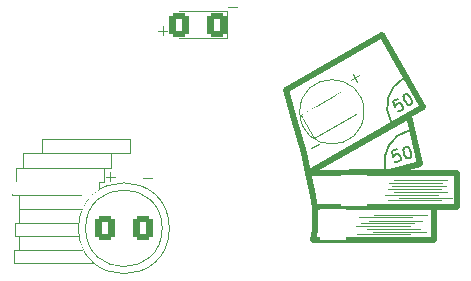
<source format=gbr>
%TF.GenerationSoftware,KiCad,Pcbnew,8.0.8*%
%TF.CreationDate,2025-04-07T01:54:08-03:00*%
%TF.ProjectId,Sao_CashBag,53616f5f-4361-4736-9842-61672e6b6963,rev?*%
%TF.SameCoordinates,Original*%
%TF.FileFunction,Legend,Top*%
%TF.FilePolarity,Positive*%
%FSLAX46Y46*%
G04 Gerber Fmt 4.6, Leading zero omitted, Abs format (unit mm)*
G04 Created by KiCad (PCBNEW 8.0.8) date 2025-04-07 01:54:08*
%MOMM*%
%LPD*%
G01*
G04 APERTURE LIST*
G04 Aperture macros list*
%AMRoundRect*
0 Rectangle with rounded corners*
0 $1 Rounding radius*
0 $2 $3 $4 $5 $6 $7 $8 $9 X,Y pos of 4 corners*
0 Add a 4 corners polygon primitive as box body*
4,1,4,$2,$3,$4,$5,$6,$7,$8,$9,$2,$3,0*
0 Add four circle primitives for the rounded corners*
1,1,$1+$1,$2,$3*
1,1,$1+$1,$4,$5*
1,1,$1+$1,$6,$7*
1,1,$1+$1,$8,$9*
0 Add four rect primitives between the rounded corners*
20,1,$1+$1,$2,$3,$4,$5,0*
20,1,$1+$1,$4,$5,$6,$7,0*
20,1,$1+$1,$6,$7,$8,$9,0*
20,1,$1+$1,$8,$9,$2,$3,0*%
G04 Aperture macros list end*
%ADD10C,0.500000*%
%ADD11C,0.100000*%
%ADD12C,0.200000*%
%ADD13C,0.150000*%
%ADD14C,0.120000*%
%ADD15C,0.000000*%
%ADD16C,0.050000*%
%ADD17C,3.189925*%
%ADD18RoundRect,0.285088X-0.074296X-0.926139X0.839208X-0.398727X0.074296X0.926139X-0.839208X0.398727X0*%
%ADD19RoundRect,0.285088X0.527412X0.764912X-0.527412X0.764912X-0.527412X-0.764912X0.527412X-0.764912X0*%
G04 APERTURE END LIST*
D10*
X140740244Y-131114548D02*
X138200110Y-131811036D01*
X131221572Y-131879320D01*
X139756967Y-127058529D01*
X140740244Y-131114548D01*
D11*
X136758917Y-136851170D02*
X141258917Y-136851170D01*
D12*
X138303533Y-127595748D02*
G75*
G02*
X139342081Y-123858721I2325867J1366448D01*
G01*
D11*
X138516722Y-133495416D02*
X143016722Y-133495416D01*
X136253622Y-136605350D02*
X140753622Y-136605350D01*
X106166171Y-132632045D02*
X106166171Y-133706366D01*
X106390746Y-139496778D02*
X113152296Y-139496778D01*
X135352284Y-137069676D02*
X139852284Y-137069676D01*
X138500000Y-132500000D02*
X143000000Y-132500000D01*
X106532375Y-131423260D02*
X113986806Y-131423260D01*
X113986806Y-132632663D01*
X106532375Y-132632663D01*
X106532375Y-131423260D01*
X106754923Y-136116003D02*
X106463582Y-136116003D01*
X106752763Y-133710544D02*
X106754923Y-136116003D01*
X106736714Y-138386039D02*
X112261275Y-138385496D01*
X106754884Y-134946003D02*
X112164161Y-134946048D01*
X136813544Y-135403567D02*
X141313544Y-135403567D01*
X106166171Y-133706366D02*
X113089434Y-133705005D01*
X106736714Y-138386039D02*
X106390746Y-138386039D01*
X118898833Y-136562988D02*
G75*
G02*
X112411643Y-136562988I-3243595J0D01*
G01*
X112411643Y-136562988D02*
G75*
G02*
X118898833Y-136562988I3243595J0D01*
G01*
X106463582Y-137226742D02*
X106736714Y-137226742D01*
X106463582Y-136116003D02*
X106463582Y-137226742D01*
X138947665Y-133974916D02*
X143447665Y-133974916D01*
X138389260Y-133009847D02*
X142889260Y-133009847D01*
X135984565Y-126704013D02*
G75*
G02*
X130540519Y-126704013I-2722023J0D01*
G01*
X130540519Y-126704013D02*
G75*
G02*
X135984565Y-126704013I2722023J0D01*
G01*
X106532375Y-132632663D02*
X106166171Y-132632045D01*
X135543477Y-135649386D02*
X140043477Y-135649386D01*
X137982596Y-133270840D02*
X142482596Y-133270840D01*
X106736714Y-137226742D02*
X106736714Y-138386039D01*
X137976526Y-134199491D02*
X142476526Y-134199491D01*
X113564219Y-132636897D02*
X113565030Y-133317911D01*
X106390746Y-138386039D02*
X106390746Y-139496778D01*
X107103864Y-130210887D02*
X114558295Y-130210887D01*
X114558295Y-131420290D01*
X107103864Y-131420290D01*
X107103864Y-130210887D01*
X106736714Y-137226742D02*
X111859469Y-137226742D01*
X137751951Y-133732131D02*
X142251951Y-133732131D01*
X119501877Y-136562988D02*
G75*
G02*
X111808599Y-136562988I-3846639J0D01*
G01*
X111808599Y-136562988D02*
G75*
G02*
X119501877Y-136562988I3846639J0D01*
G01*
X135734670Y-136141025D02*
X140234670Y-136141025D01*
D10*
X141020903Y-126328578D02*
X131221572Y-131879320D01*
X130866500Y-130213211D01*
X130094017Y-127275362D01*
X129383872Y-124871795D01*
X137517279Y-120161930D01*
X141020903Y-126328578D01*
D12*
X137777757Y-131590411D02*
G75*
G02*
X139813063Y-128270249I2663243J651311D01*
G01*
D11*
X136390188Y-135908862D02*
X140890188Y-135908862D01*
X135338628Y-136359531D02*
X139838628Y-136359531D01*
D10*
X143893812Y-131890746D02*
X143893812Y-134772295D01*
X131802862Y-134774619D01*
X131557043Y-133408956D01*
X131221572Y-131879320D01*
X143893812Y-131890746D01*
D11*
X138126440Y-132736714D02*
X142626440Y-132736714D01*
X106754923Y-136116003D02*
X111829121Y-136116003D01*
D10*
X141884637Y-137570877D02*
X131682808Y-137571819D01*
X131793758Y-136750278D01*
X131802862Y-134774619D01*
X141895438Y-134769125D01*
X141884637Y-137570877D01*
D11*
X108753854Y-129000000D02*
X116208285Y-129000000D01*
X116208285Y-130209403D01*
X108753854Y-130209403D01*
X108753854Y-129000000D01*
D13*
X138821666Y-125581907D02*
X138409273Y-125820002D01*
X138409273Y-125820002D02*
X138606129Y-126256205D01*
X138606129Y-126256205D02*
X138623559Y-126191156D01*
X138623559Y-126191156D02*
X138682228Y-126102298D01*
X138682228Y-126102298D02*
X138888425Y-125983250D01*
X138888425Y-125983250D02*
X138994713Y-125976870D01*
X138994713Y-125976870D02*
X139059762Y-125994300D01*
X139059762Y-125994300D02*
X139148620Y-126052969D01*
X139148620Y-126052969D02*
X139267668Y-126259166D01*
X139267668Y-126259166D02*
X139274047Y-126365454D01*
X139274047Y-126365454D02*
X139256618Y-126430503D01*
X139256618Y-126430503D02*
X139197949Y-126519361D01*
X139197949Y-126519361D02*
X138991752Y-126638409D01*
X138991752Y-126638409D02*
X138885464Y-126644789D01*
X138885464Y-126644789D02*
X138820415Y-126627359D01*
X139399017Y-125248574D02*
X139481495Y-125200955D01*
X139481495Y-125200955D02*
X139587784Y-125194575D01*
X139587784Y-125194575D02*
X139652832Y-125212005D01*
X139652832Y-125212005D02*
X139741691Y-125270674D01*
X139741691Y-125270674D02*
X139878168Y-125411822D01*
X139878168Y-125411822D02*
X139997216Y-125618018D01*
X139997216Y-125618018D02*
X140051214Y-125806785D01*
X140051214Y-125806785D02*
X140057594Y-125913073D01*
X140057594Y-125913073D02*
X140040164Y-125978122D01*
X140040164Y-125978122D02*
X139981495Y-126066980D01*
X139981495Y-126066980D02*
X139899017Y-126114599D01*
X139899017Y-126114599D02*
X139792729Y-126120979D01*
X139792729Y-126120979D02*
X139727680Y-126103549D01*
X139727680Y-126103549D02*
X139638821Y-126044880D01*
X139638821Y-126044880D02*
X139502344Y-125903732D01*
X139502344Y-125903732D02*
X139383296Y-125697536D01*
X139383296Y-125697536D02*
X139329298Y-125508769D01*
X139329298Y-125508769D02*
X139322918Y-125402481D01*
X139322918Y-125402481D02*
X139340348Y-125337432D01*
X139340348Y-125337432D02*
X139399017Y-125248574D01*
X138815733Y-129887469D02*
X138360350Y-130026693D01*
X138360350Y-130026693D02*
X138454036Y-130495999D01*
X138454036Y-130495999D02*
X138485652Y-130436538D01*
X138485652Y-130436538D02*
X138562806Y-130363155D01*
X138562806Y-130363155D02*
X138790498Y-130293543D01*
X138790498Y-130293543D02*
X138895497Y-130311236D01*
X138895497Y-130311236D02*
X138954958Y-130342852D01*
X138954958Y-130342852D02*
X139028341Y-130420006D01*
X139028341Y-130420006D02*
X139097954Y-130647698D01*
X139097954Y-130647698D02*
X139080260Y-130752697D01*
X139080260Y-130752697D02*
X139048644Y-130812158D01*
X139048644Y-130812158D02*
X138971490Y-130885541D01*
X138971490Y-130885541D02*
X138743799Y-130955153D01*
X138743799Y-130955153D02*
X138638799Y-130937460D01*
X138638799Y-130937460D02*
X138579339Y-130905844D01*
X139453270Y-129692554D02*
X139544347Y-129664709D01*
X139544347Y-129664709D02*
X139649346Y-129682403D01*
X139649346Y-129682403D02*
X139708806Y-129714019D01*
X139708806Y-129714019D02*
X139782190Y-129791173D01*
X139782190Y-129791173D02*
X139883418Y-129959404D01*
X139883418Y-129959404D02*
X139953030Y-130187095D01*
X139953030Y-130187095D02*
X139963182Y-130383171D01*
X139963182Y-130383171D02*
X139945488Y-130488170D01*
X139945488Y-130488170D02*
X139913872Y-130547631D01*
X139913872Y-130547631D02*
X139836718Y-130621014D01*
X139836718Y-130621014D02*
X139745642Y-130648859D01*
X139745642Y-130648859D02*
X139640643Y-130631166D01*
X139640643Y-130631166D02*
X139581182Y-130599550D01*
X139581182Y-130599550D02*
X139507798Y-130522396D01*
X139507798Y-130522396D02*
X139406570Y-130354165D01*
X139406570Y-130354165D02*
X139336958Y-130126473D01*
X139336958Y-130126473D02*
X139326806Y-129930397D01*
X139326806Y-129930397D02*
X139344500Y-129825398D01*
X139344500Y-129825398D02*
X139376116Y-129765938D01*
X139376116Y-129765938D02*
X139453270Y-129692554D01*
D11*
X131508904Y-129807655D02*
X132168733Y-129426702D01*
X134908904Y-124007655D02*
X135568733Y-123626702D01*
X135429295Y-124147093D02*
X135048343Y-123487264D01*
X117996115Y-132308533D02*
X117234211Y-132308533D01*
X114896115Y-132208533D02*
X114134211Y-132208533D01*
X114515163Y-131827580D02*
X114515163Y-132589485D01*
X119346115Y-119858533D02*
X118584211Y-119858533D01*
X118965163Y-119477580D02*
X118965163Y-120239485D01*
X125196115Y-117858533D02*
X124434211Y-117858533D01*
D14*
%TO.C,D2*%
X130626246Y-126937905D02*
X131761246Y-128903783D01*
X131761246Y-128903783D02*
X135277309Y-126873783D01*
X134142309Y-124907905D02*
X130626246Y-126937905D01*
%TO.C,D3*%
X114070986Y-137687257D02*
X118130986Y-137687257D01*
X118130986Y-135417257D02*
X114070986Y-135417257D01*
X118130986Y-137687257D02*
X118130986Y-135417257D01*
%TO.C,D1*%
X120310116Y-120438931D02*
X124370116Y-120438931D01*
X124370116Y-118168931D02*
X120310116Y-118168931D01*
X124370116Y-120438931D02*
X124370116Y-118168931D01*
%TD*%
%LPC*%
D11*
X106818534Y-137325393D02*
X111759085Y-137325393D01*
X111759085Y-138285392D01*
X106818534Y-138285392D01*
X106818534Y-137325393D01*
G36*
X106818534Y-137325393D02*
G01*
X111759085Y-137325393D01*
X111759085Y-138285392D01*
X106818534Y-138285392D01*
X106818534Y-137325393D01*
G37*
D10*
X119199268Y-136566337D02*
G75*
G02*
X112109268Y-136566337I-3545000J0D01*
G01*
X112109268Y-136566337D02*
G75*
G02*
X119199268Y-136566337I3545000J0D01*
G01*
D11*
X123370256Y-120699668D02*
X123621444Y-120936901D01*
X123607489Y-121250886D01*
X123816813Y-121006676D01*
X124123720Y-120895389D01*
X124333044Y-120904692D01*
X124477244Y-121081454D01*
X124556322Y-121234958D01*
X124565625Y-121355900D01*
X124537715Y-121444281D01*
X124444783Y-121585804D01*
X123719128Y-121823037D01*
X123726106Y-122018405D01*
X124551670Y-123156081D01*
X125142527Y-124209323D01*
X125468041Y-124937655D01*
X125693745Y-125674586D01*
X125630848Y-125858678D01*
X125470467Y-125953684D01*
X125226157Y-126007530D01*
X124996001Y-125890887D01*
X124551670Y-124737635D01*
X123977294Y-123623217D01*
X123342346Y-122716150D01*
X122986497Y-122499849D01*
X122904993Y-123086306D01*
X122958587Y-123609263D01*
X123084181Y-124432601D01*
X123230607Y-125426076D01*
X123212001Y-125807510D01*
X123142226Y-126016833D01*
X122965564Y-126086256D01*
X122770096Y-126081956D01*
X122588682Y-126002878D01*
X122484121Y-125883910D01*
X122277023Y-125453986D01*
X122142226Y-124990797D01*
X122100361Y-124397714D01*
X122009654Y-122848721D01*
X122058496Y-121830014D01*
X121242135Y-121843969D01*
X119741985Y-121816059D01*
X119495348Y-121769895D01*
X119197644Y-121723379D01*
X119048792Y-121597785D01*
X118979017Y-121421023D01*
X118965063Y-121221003D01*
X119044140Y-121072150D01*
X119179038Y-120993073D01*
X119267418Y-120900040D01*
X119776872Y-120950856D01*
X120976992Y-121013653D01*
X121702647Y-121139247D01*
X121856151Y-120943879D01*
X122163158Y-120727578D01*
X122525985Y-120971788D01*
X122728331Y-121299728D01*
X122714376Y-120888059D01*
X122937655Y-120664781D01*
X123370256Y-120699668D01*
G36*
X123370256Y-120699668D02*
G01*
X123621444Y-120936901D01*
X123607489Y-121250886D01*
X123816813Y-121006676D01*
X124123720Y-120895389D01*
X124333044Y-120904692D01*
X124477244Y-121081454D01*
X124556322Y-121234958D01*
X124565625Y-121355900D01*
X124537715Y-121444281D01*
X124444783Y-121585804D01*
X123719128Y-121823037D01*
X123726106Y-122018405D01*
X124551670Y-123156081D01*
X125142527Y-124209323D01*
X125468041Y-124937655D01*
X125693745Y-125674586D01*
X125630848Y-125858678D01*
X125470467Y-125953684D01*
X125226157Y-126007530D01*
X124996001Y-125890887D01*
X124551670Y-124737635D01*
X123977294Y-123623217D01*
X123342346Y-122716150D01*
X122986497Y-122499849D01*
X122904993Y-123086306D01*
X122958587Y-123609263D01*
X123084181Y-124432601D01*
X123230607Y-125426076D01*
X123212001Y-125807510D01*
X123142226Y-126016833D01*
X122965564Y-126086256D01*
X122770096Y-126081956D01*
X122588682Y-126002878D01*
X122484121Y-125883910D01*
X122277023Y-125453986D01*
X122142226Y-124990797D01*
X122100361Y-124397714D01*
X122009654Y-122848721D01*
X122058496Y-121830014D01*
X121242135Y-121843969D01*
X119741985Y-121816059D01*
X119495348Y-121769895D01*
X119197644Y-121723379D01*
X119048792Y-121597785D01*
X118979017Y-121421023D01*
X118965063Y-121221003D01*
X119044140Y-121072150D01*
X119179038Y-120993073D01*
X119267418Y-120900040D01*
X119776872Y-120950856D01*
X120976992Y-121013653D01*
X121702647Y-121139247D01*
X121856151Y-120943879D01*
X122163158Y-120727578D01*
X122525985Y-120971788D01*
X122728331Y-121299728D01*
X122714376Y-120888059D01*
X122937655Y-120664781D01*
X123370256Y-120699668D01*
G37*
D15*
G36*
X111763067Y-136363835D02*
G01*
X111757687Y-136593049D01*
X111767372Y-136829796D01*
X111779209Y-136983681D01*
X111807188Y-137175231D01*
X111688815Y-137175231D01*
X111682358Y-136174437D01*
X111681282Y-136165828D01*
X111779209Y-136165828D01*
X111763067Y-136363835D01*
G37*
D16*
X122717908Y-127995973D02*
X123337206Y-128190566D01*
X123662706Y-128430125D01*
X123935602Y-128738167D01*
X124086521Y-129060680D01*
X124134071Y-129420406D01*
X123321587Y-129418338D01*
X123274037Y-129188858D01*
X123185139Y-128996591D01*
X122986669Y-128814660D01*
X122697234Y-128676145D01*
X122701369Y-130569875D01*
X123432967Y-130801904D01*
X123764626Y-131025843D01*
X124010645Y-131240851D01*
X124242350Y-131513603D01*
X124341428Y-131890012D01*
X124360034Y-132253873D01*
X124339360Y-132563982D01*
X124198778Y-132919573D01*
X123996173Y-133186266D01*
X123758423Y-133395073D01*
X123528943Y-133545992D01*
X123279463Y-133676611D01*
X122706121Y-133858169D01*
X122701987Y-134449442D01*
X122224419Y-134449442D01*
X122222352Y-133858169D01*
X121525548Y-133862827D01*
X121516245Y-133253464D01*
X122223292Y-133267419D01*
X122227522Y-131317345D01*
X122699919Y-131317345D01*
X122701987Y-133186266D01*
X122931467Y-133159390D01*
X123136139Y-133068425D01*
X123318069Y-132909236D01*
X123466921Y-132646677D01*
X123516539Y-132396523D01*
X123514471Y-132111223D01*
X123466921Y-131890012D01*
X123340810Y-131685340D01*
X123158880Y-131550960D01*
X122945939Y-131404175D01*
X122699919Y-131317345D01*
X122227522Y-131317345D01*
X122227944Y-131123017D01*
X121511593Y-131104411D01*
X121511593Y-133262767D01*
X121497989Y-133869539D01*
X121498765Y-134445308D01*
X120986052Y-134445308D01*
X120986052Y-133841629D01*
X120558102Y-133703114D01*
X120250061Y-133550127D01*
X119973030Y-133380601D01*
X119753887Y-133188334D01*
X119532676Y-132909236D01*
X119348678Y-132532971D01*
X119243241Y-132119493D01*
X120020580Y-132121560D01*
X120123950Y-132404793D01*
X120285206Y-132716969D01*
X120511341Y-132956161D01*
X120746234Y-133076695D01*
X120999490Y-133139161D01*
X120999490Y-130969176D01*
X120999493Y-130968249D01*
X120480991Y-130805558D01*
X120237039Y-130702188D01*
X120009626Y-130563673D01*
X119877313Y-130447899D01*
X119724326Y-130222553D01*
X119627159Y-130003410D01*
X119576364Y-129767468D01*
X119556867Y-129552719D01*
X119558464Y-129378749D01*
X120295852Y-129378749D01*
X120310324Y-129595825D01*
X120345469Y-129746745D01*
X120525024Y-129943147D01*
X120682145Y-130065123D01*
X120810324Y-130125077D01*
X120998456Y-130149886D01*
X121000110Y-130804845D01*
X121002591Y-130147819D01*
X121000524Y-128578669D01*
X120779313Y-128613815D01*
X120593248Y-128718526D01*
X120440261Y-128923923D01*
X120332756Y-129140274D01*
X120295852Y-129378749D01*
X119558464Y-129378749D01*
X119558935Y-129327373D01*
X119585811Y-129079286D01*
X119667070Y-128867378D01*
X119782213Y-128672010D01*
X119928998Y-128500417D01*
X120148141Y-128304015D01*
X120390026Y-128144825D01*
X120667056Y-128026984D01*
X120970963Y-127938086D01*
X120968895Y-127348880D01*
X121491945Y-127348880D01*
X121494013Y-127867795D01*
X122186381Y-127867228D01*
X122203745Y-128454008D01*
X121454732Y-128454934D01*
X121454223Y-130300605D01*
X122201678Y-130438704D01*
X122205813Y-128464345D01*
X122205195Y-127869862D01*
X122203128Y-127346812D01*
X122715841Y-127344745D01*
X122717908Y-127995973D01*
G36*
X122717908Y-127995973D02*
G01*
X123337206Y-128190566D01*
X123662706Y-128430125D01*
X123935602Y-128738167D01*
X124086521Y-129060680D01*
X124134071Y-129420406D01*
X123321587Y-129418338D01*
X123274037Y-129188858D01*
X123185139Y-128996591D01*
X122986669Y-128814660D01*
X122697234Y-128676145D01*
X122701369Y-130569875D01*
X123432967Y-130801904D01*
X123764626Y-131025843D01*
X124010645Y-131240851D01*
X124242350Y-131513603D01*
X124341428Y-131890012D01*
X124360034Y-132253873D01*
X124339360Y-132563982D01*
X124198778Y-132919573D01*
X123996173Y-133186266D01*
X123758423Y-133395073D01*
X123528943Y-133545992D01*
X123279463Y-133676611D01*
X122706121Y-133858169D01*
X122701987Y-134449442D01*
X122224419Y-134449442D01*
X122222352Y-133858169D01*
X121525548Y-133862827D01*
X121516245Y-133253464D01*
X122223292Y-133267419D01*
X122227522Y-131317345D01*
X122699919Y-131317345D01*
X122701987Y-133186266D01*
X122931467Y-133159390D01*
X123136139Y-133068425D01*
X123318069Y-132909236D01*
X123466921Y-132646677D01*
X123516539Y-132396523D01*
X123514471Y-132111223D01*
X123466921Y-131890012D01*
X123340810Y-131685340D01*
X123158880Y-131550960D01*
X122945939Y-131404175D01*
X122699919Y-131317345D01*
X122227522Y-131317345D01*
X122227944Y-131123017D01*
X121511593Y-131104411D01*
X121511593Y-133262767D01*
X121497989Y-133869539D01*
X121498765Y-134445308D01*
X120986052Y-134445308D01*
X120986052Y-133841629D01*
X120558102Y-133703114D01*
X120250061Y-133550127D01*
X119973030Y-133380601D01*
X119753887Y-133188334D01*
X119532676Y-132909236D01*
X119348678Y-132532971D01*
X119243241Y-132119493D01*
X120020580Y-132121560D01*
X120123950Y-132404793D01*
X120285206Y-132716969D01*
X120511341Y-132956161D01*
X120746234Y-133076695D01*
X120999490Y-133139161D01*
X120999490Y-130969176D01*
X120999493Y-130968249D01*
X120480991Y-130805558D01*
X120237039Y-130702188D01*
X120009626Y-130563673D01*
X119877313Y-130447899D01*
X119724326Y-130222553D01*
X119627159Y-130003410D01*
X119576364Y-129767468D01*
X119556867Y-129552719D01*
X119558464Y-129378749D01*
X120295852Y-129378749D01*
X120310324Y-129595825D01*
X120345469Y-129746745D01*
X120525024Y-129943147D01*
X120682145Y-130065123D01*
X120810324Y-130125077D01*
X120998456Y-130149886D01*
X121000110Y-130804845D01*
X121002591Y-130147819D01*
X121000524Y-128578669D01*
X120779313Y-128613815D01*
X120593248Y-128718526D01*
X120440261Y-128923923D01*
X120332756Y-129140274D01*
X120295852Y-129378749D01*
X119558464Y-129378749D01*
X119558935Y-129327373D01*
X119585811Y-129079286D01*
X119667070Y-128867378D01*
X119782213Y-128672010D01*
X119928998Y-128500417D01*
X120148141Y-128304015D01*
X120390026Y-128144825D01*
X120667056Y-128026984D01*
X120970963Y-127938086D01*
X120968895Y-127348880D01*
X121491945Y-127348880D01*
X121494013Y-127867795D01*
X122186381Y-127867228D01*
X122203745Y-128454008D01*
X121454732Y-128454934D01*
X121454223Y-130300605D01*
X122201678Y-130438704D01*
X122205813Y-128464345D01*
X122205195Y-127869862D01*
X122203128Y-127346812D01*
X122715841Y-127344745D01*
X122717908Y-127995973D01*
G37*
D15*
G36*
X113514884Y-133303843D02*
G01*
X113303083Y-133453218D01*
X113131413Y-133589217D01*
X113061495Y-133654371D01*
X112930121Y-133654371D01*
X112941111Y-132681809D01*
X112941907Y-132681818D01*
X113517113Y-132679588D01*
X113514884Y-133303843D01*
G37*
D11*
X106562687Y-136214319D02*
X111685952Y-136214319D01*
X111685952Y-137126824D01*
X106562687Y-137126824D01*
X106562687Y-136214319D01*
G36*
X106562687Y-136214319D02*
G01*
X111685952Y-136214319D01*
X111685952Y-137126824D01*
X106562687Y-137126824D01*
X106562687Y-136214319D01*
G37*
X107205481Y-130301827D02*
X114461845Y-130301827D01*
X114461845Y-131320051D01*
X107205481Y-131320051D01*
X107205481Y-130301827D01*
G36*
X107205481Y-130301827D02*
G01*
X114461845Y-130301827D01*
X114461845Y-131320051D01*
X107205481Y-131320051D01*
X107205481Y-130301827D01*
G37*
X108852609Y-129104702D02*
X116107944Y-129104702D01*
X116107944Y-130104702D01*
X108852609Y-130104702D01*
X108852609Y-129104702D01*
G36*
X108852609Y-129104702D02*
G01*
X116107944Y-129104702D01*
X116107944Y-130104702D01*
X108852609Y-130104702D01*
X108852609Y-129104702D01*
G37*
G36*
X106219117Y-132683920D02*
G01*
X113018065Y-132683920D01*
X113018065Y-133655512D01*
X106219117Y-133655512D01*
X106219117Y-132683920D01*
G37*
X106490775Y-138485752D02*
X112181326Y-138485752D01*
X112181326Y-139395901D01*
X106490775Y-139395901D01*
X106490775Y-138485752D01*
G36*
X106490775Y-138485752D02*
G01*
X112181326Y-138485752D01*
X112181326Y-139395901D01*
X106490775Y-139395901D01*
X106490775Y-138485752D01*
G37*
D15*
G36*
X112294792Y-138531589D02*
G01*
X112403011Y-138709970D01*
X112554040Y-138924028D01*
X112671772Y-139069112D01*
X112828748Y-139245115D01*
X112960750Y-139377118D01*
X113033519Y-139446175D01*
X112168756Y-139446698D01*
X112179439Y-138450722D01*
X112178250Y-138435263D01*
X112238900Y-138435263D01*
X112294792Y-138531589D01*
G37*
D11*
X106632931Y-131524168D02*
X113884680Y-131524168D01*
X113884680Y-132530413D01*
X106632931Y-132530413D01*
X106632931Y-131524168D01*
G36*
X106632931Y-131524168D02*
G01*
X113884680Y-131524168D01*
X113884680Y-132530413D01*
X106632931Y-132530413D01*
X106632931Y-131524168D01*
G37*
X132243589Y-134959727D02*
X134356187Y-134959727D01*
X134356187Y-137448300D01*
X132243589Y-137448300D01*
X132243589Y-134959727D01*
G36*
X132243589Y-134959727D02*
G01*
X134356187Y-134959727D01*
X134356187Y-137448300D01*
X132243589Y-137448300D01*
X132243589Y-134959727D01*
G37*
X106854975Y-133803562D02*
X112077368Y-133803562D01*
X112077368Y-134845530D01*
X106854975Y-134845530D01*
X106854975Y-133803562D01*
G36*
X106854975Y-133803562D02*
G01*
X112077368Y-133803562D01*
X112077368Y-134845530D01*
X106854975Y-134845530D01*
X106854975Y-133803562D01*
G37*
D15*
G36*
X112087705Y-134995965D02*
G01*
X112008409Y-135186996D01*
X111929834Y-135418396D01*
X111854863Y-135697373D01*
X111823866Y-135850198D01*
X111790705Y-136065017D01*
X111682575Y-136065017D01*
X111698434Y-135011824D01*
X111700597Y-134995244D01*
X112087705Y-134995965D01*
G37*
G36*
X111872880Y-137498012D02*
G01*
X111940191Y-137740875D01*
X112077540Y-138104716D01*
X112186693Y-138334845D01*
X111733711Y-138334845D01*
X111751903Y-137285165D01*
X111755541Y-137275159D01*
X111822852Y-137275159D01*
X111872880Y-137498012D01*
G37*
D11*
X106859504Y-135046034D02*
X111700055Y-135046034D01*
X111700055Y-136015562D01*
X106859504Y-136015562D01*
X106859504Y-135046034D01*
G36*
X106859504Y-135046034D02*
G01*
X111700055Y-135046034D01*
X111700055Y-136015562D01*
X106859504Y-136015562D01*
X106859504Y-135046034D01*
G37*
D17*
X117250200Y-136562988D02*
G75*
G02*
X114060276Y-136562988I-1594962J0D01*
G01*
X114060276Y-136562988D02*
G75*
G02*
X117250200Y-136562988I1594962J0D01*
G01*
D15*
G36*
X112094272Y-133754872D02*
G01*
X112952589Y-133755189D01*
X112787833Y-133923836D01*
X112617889Y-134121024D01*
X112453134Y-134338967D01*
X112244711Y-134673882D01*
X112133316Y-134895929D01*
X112072726Y-134895929D01*
X112090267Y-133753009D01*
X112094272Y-133754872D01*
G37*
D11*
X134050445Y-132090301D02*
X136163043Y-132090301D01*
X136163043Y-134578874D01*
X134050445Y-134578874D01*
X134050445Y-132090301D01*
G36*
X134050445Y-132090301D02*
G01*
X136163043Y-132090301D01*
X136163043Y-134578874D01*
X134050445Y-134578874D01*
X134050445Y-132090301D01*
G37*
D18*
%TO.C,D2*%
X131936853Y-127462943D03*
X134686483Y-125875443D03*
%TD*%
D19*
%TO.C,D3*%
X117258486Y-136577257D03*
X114083486Y-136577257D03*
%TD*%
%TO.C,D1*%
X123497616Y-119328931D03*
X120322616Y-119328931D03*
%TD*%
%LPD*%
M02*

</source>
